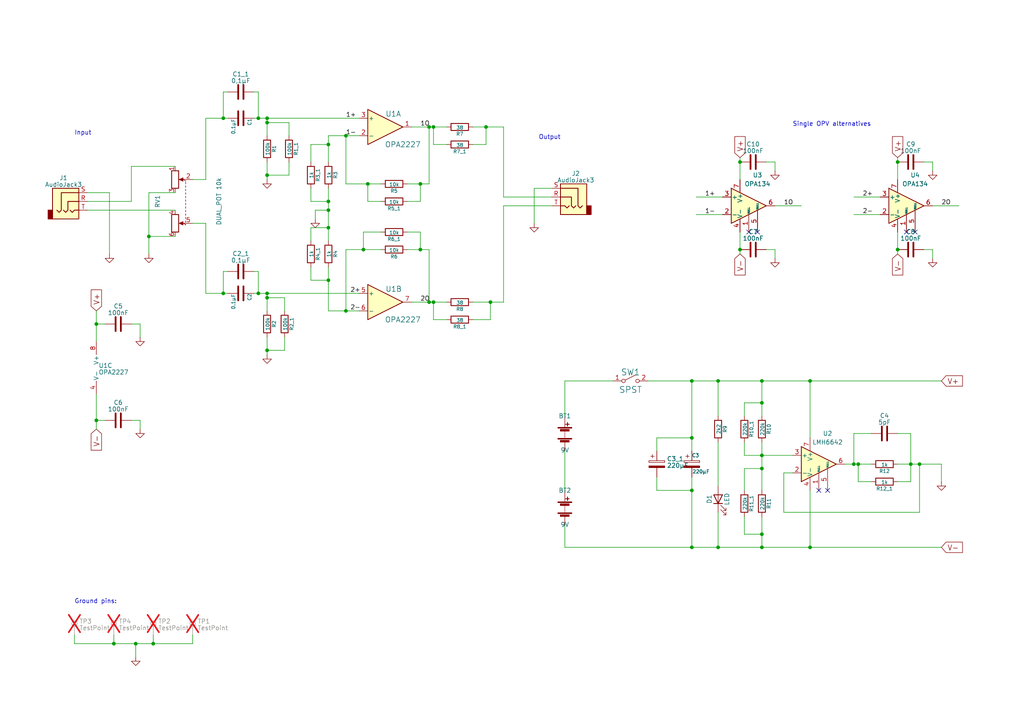
<source format=kicad_sch>
(kicad_sch (version 20230121) (generator eeschema)
  (paper "A4")
  (title_block (title "opamp headphone amplifier (cmoy)") (date "2023-04-16") (rev "0.1") (company "http://www.designer2k2.at"))
  (lib_symbols
    (symbol "Amplifier_Operational:MC33178" (pin_names (offset 0.127))
      (property "Reference" "U" (at 0 5.08 0))
      (property "Value" "MC33178" (at 0 -5.08 0))
      (symbol "MC33178_1_1"
        (polyline (pts (xy -5.08 5.08) (xy 5.08 0) (xy -5.08 -5.08) (xy -5.08 5.08)) (stroke (width 0.254)) (fill (type background)))
        (pin output line (at 7.62 0 180) (length 2.54) (name "~") (number "1"))
        (pin input line (at -7.62 -2.54 0) (length 2.54) (name "-") (number "2"))
        (pin input line (at -7.62 2.54 0) (length 2.54) (name "+") (number "3"))
      )
      (symbol "MC33178_2_1"
        (polyline (pts (xy -5.08 5.08) (xy 5.08 0) (xy -5.08 -5.08) (xy -5.08 5.08)) (stroke (width 0.254)) (fill (type background)))
        (pin input line (at -7.62 2.54 0) (length 2.54) (name "+") (number "5"))
        (pin input line (at -7.62 -2.54 0) (length 2.54) (name "-") (number "6"))
        (pin output line (at 7.62 0 180) (length 2.54) (name "~") (number "7"))
      )
      (symbol "MC33178_3_1"
        (pin power_in line (at -2.54 -7.62 90) (length 3.81) (name "V-") (number "4"))
        (pin power_in line (at -2.54 7.62 270) (length 3.81) (name "V+") (number "8"))
      )
    )
    (symbol "Amplifier_Operational:TL071" (pin_names (offset 0.127))
      (property "Reference" "U" (at 0 6.35 0))
      (property "Value" "TL071" (at 0 3.81 0))
      (symbol "TL071_0_1"
        (polyline (pts (xy -5.08 5.08) (xy 5.08 0) (xy -5.08 -5.08) (xy -5.08 5.08)) (stroke (width 0.254)) (fill (type background)))
      )
      (symbol "TL071_1_1"
        (pin input line (at 0 -7.62 90) (length 5.08) (name "NULL") (number "1"))
        (pin input line (at -7.62 -2.54 0) (length 2.54) (name "-") (number "2"))
        (pin input line (at -7.62 2.54 0) (length 2.54) (name "+") (number "3"))
        (pin power_in line (at -2.54 -7.62 90) (length 3.81) (name "V-") (number "4"))
        (pin input line (at 2.54 -7.62 90) (length 6.35) (name "NULL") (number "5"))
        (pin output line (at 7.62 0 180) (length 2.54) (name "~") (number "6"))
        (pin power_in line (at -2.54 7.62 270) (length 3.81) (name "V+") (number "7"))
        (pin no_connect line (at 0 2.54 270) (length 2.54) hide (name "NC") (number "8"))
      )
    )
    (symbol "Connector:TestPoint" (pin_numbers hide) (pin_names (offset 0.762) hide)
      (property "Reference" "TP" (at 0 6.858 0))
      (property "Value" "TestPoint" (at 0 5.08 0))
      (symbol "TestPoint_0_1"
        (circle (center 0 3.302) (radius 0.762))
      )
      (symbol "TestPoint_1_1"
        (pin passive line (at 0 0 90) (length 2.54) (name "1") (number "1"))
      )
    )
    (symbol "Connector_Audio:AudioJack3"
      (property "Reference" "J" (at 0 8.89 0))
      (property "Value" "AudioJack3" (at 0 6.35 0))
      (symbol "AudioJack3_0_1"
        (rectangle (start -5.08 -5.08) (end -6.35 -2.54) (stroke (width 0.254)) (fill (type outline)))
        (polyline (pts (xy 0 -2.54) (xy 0.635 -3.175) (xy 1.27 -2.54) (xy 2.54 -2.54)) (stroke (width 0.254)))
        (polyline (pts (xy -1.905 -2.54) (xy -1.27 -3.175) (xy -0.635 -2.54) (xy -0.635 0) (xy 2.54 0)) (stroke (width 0.254)))
        (polyline (pts (xy 2.54 2.54) (xy -2.54 2.54) (xy -2.54 -2.54) (xy -3.175 -3.175) (xy -3.81 -2.54)) (stroke (width 0.254)))
        (rectangle (start 2.54 3.81) (end -5.08 -5.08) (stroke (width 0.254)) (fill (type background)))
      )
      (symbol "AudioJack3_1_1"
        (pin passive line (at 5.08 0 180) (length 2.54) (name "~") (number "R"))
        (pin passive line (at 5.08 2.54 180) (length 2.54) (name "~") (number "S"))
        (pin passive line (at 5.08 -2.54 180) (length 2.54) (name "~") (number "T"))
      )
    )
    (symbol "Device:Battery" (pin_numbers hide) (pin_names (offset 0) hide)
      (property "Reference" "BT" (at 2.54 2.54 0))
      (property "Value" "Battery" (at 2.54 0 0))
      (symbol "Battery_0_1"
        (rectangle (start -2.032 -1.397) (end 2.032 -1.651) (fill (type outline)))
        (rectangle (start -2.032 1.778) (end 2.032 1.524) (fill (type outline)))
        (rectangle (start -1.3208 -1.9812) (end 1.27 -2.4892) (fill (type outline)))
        (rectangle (start -1.3208 1.1938) (end 1.27 0.6858) (fill (type outline)))
        (polyline (pts (xy 0 -1.524) (xy 0 -1.27)))
        (polyline (pts (xy 0 -1.016) (xy 0 -0.762)))
        (polyline (pts (xy 0 -0.508) (xy 0 -0.254)))
        (polyline (pts (xy 0 0) (xy 0 0.254)))
        (polyline (pts (xy 0 0.508) (xy 0 0.762)))
        (polyline (pts (xy 0 1.778) (xy 0 2.54)))
        (polyline (pts (xy 0.254 2.667) (xy 1.27 2.667)) (stroke (width 0.254)))
        (polyline (pts (xy 0.762 3.175) (xy 0.762 2.159)) (stroke (width 0.254)))
      )
      (symbol "Battery_1_1"
        (pin passive line (at 0 5.08 270) (length 2.54) (name "+") (number "1"))
        (pin passive line (at 0 -5.08 90) (length 2.54) (name "-") (number "2"))
      )
    )
    (symbol "Device:C" (pin_numbers hide) (pin_names (offset 0.254))
      (property "Reference" "C" (at 0.635 2.54 0))
      (property "Value" "C" (at 0.635 -2.54 0))
      (symbol "C_0_1"
        (polyline (pts (xy -2.032 -0.762) (xy 2.032 -0.762)) (stroke (width 0.508)))
        (polyline (pts (xy -2.032 0.762) (xy 2.032 0.762)) (stroke (width 0.508)))
      )
      (symbol "C_1_1"
        (pin passive line (at 0 3.81 270) (length 2.794) (name "~") (number "1"))
        (pin passive line (at 0 -3.81 90) (length 2.794) (name "~") (number "2"))
      )
    )
    (symbol "Device:C_Polarized" (pin_numbers hide) (pin_names (offset 0.254))
      (property "Reference" "C" (at 0.635 2.54 0))
      (property "Value" "C_Polarized" (at 0.635 -2.54 0))
      (symbol "C_Polarized_0_1"
        (rectangle (start -2.286 0.508) (end 2.286 1.016))
        (polyline (pts (xy -1.778 2.286) (xy -0.762 2.286)))
        (polyline (pts (xy -1.27 2.794) (xy -1.27 1.778)))
        (rectangle (start 2.286 -0.508) (end -2.286 -1.016) (fill (type outline)))
      )
      (symbol "C_Polarized_1_1"
        (pin passive line (at 0 3.81 270) (length 2.794) (name "~") (number "1"))
        (pin passive line (at 0 -3.81 90) (length 2.794) (name "~") (number "2"))
      )
    )
    (symbol "Device:LED" (pin_numbers hide) (pin_names (offset 1.016) hide)
      (property "Reference" "D" (at 0 2.54 0))
      (property "Value" "LED" (at 0 -2.54 0))
      (symbol "LED_0_1"
        (polyline (pts (xy -1.27 -1.27) (xy -1.27 1.27)) (stroke (width 0.254)))
        (polyline (pts (xy -1.27 0) (xy 1.27 0)))
        (polyline (pts (xy 1.27 -1.27) (xy 1.27 1.27) (xy -1.27 0) (xy 1.27 -1.27)) (stroke (width 0.254)))
        (polyline (pts (xy -3.048 -0.762) (xy -4.572 -2.286) (xy -3.81 -2.286) (xy -4.572 -2.286) (xy -4.572 -1.524)))
        (polyline (pts (xy -1.778 -0.762) (xy -3.302 -2.286) (xy -2.54 -2.286) (xy -3.302 -2.286) (xy -3.302 -1.524)))
      )
      (symbol "LED_1_1"
        (pin passive line (at -3.81 0 0) (length 2.54) (name "K") (number "1"))
        (pin passive line (at 3.81 0 180) (length 2.54) (name "A") (number "2"))
      )
    )
    (symbol "Device:R" (pin_numbers hide) (pin_names (offset 0))
      (property "Reference" "R" (at 2.032 0 90))
      (property "Value" "R" (at 0 0 90))
      (symbol "R_0_1"
        (rectangle (start -1.016 -2.54) (end 1.016 2.54) (stroke (width 0.254)))
      )
      (symbol "R_1_1"
        (pin passive line (at 0 3.81 270) (length 1.27) (name "~") (number "1"))
        (pin passive line (at 0 -3.81 90) (length 1.27) (name "~") (number "2"))
      )
    )
    (symbol "Device:R_Potentiometer_Dual" (pin_names (offset 1.016) hide)
      (property "Reference" "RV" (at 0 3.81 0))
      (property "Value" "R_Potentiometer_Dual" (at 0 1.905 0))
      (symbol "R_Potentiometer_Dual_0_1"
        (rectangle (start -8.89 -1.524) (end -3.81 -3.556) (stroke (width 0.254)))
        (polyline (pts (xy -6.35 0) (xy -6.35 -1.016)))
        (polyline (pts (xy -6.35 0) (xy -6.35 -1.016)))
        (polyline (pts (xy -6.35 0) (xy -5.842 0.508)))
        (polyline (pts (xy -5.588 0.508) (xy -5.08 0.508)))
        (polyline (pts (xy -4.572 0.508) (xy -4.064 0.508)))
        (polyline (pts (xy -3.556 0.508) (xy -3.048 0.508)))
        (polyline (pts (xy -2.54 0.508) (xy -2.032 0.508)))
        (polyline (pts (xy -1.524 0.508) (xy -1.016 0.508)))
        (polyline (pts (xy -0.508 0.508) (xy 0 0.508)))
        (polyline (pts (xy 0.508 0.508) (xy 1.016 0.508)))
        (polyline (pts (xy 1.524 0.508) (xy 2.032 0.508)))
        (polyline (pts (xy 2.54 0.508) (xy 3.048 0.508)))
        (polyline (pts (xy 3.556 0.508) (xy 4.064 0.508)))
        (polyline (pts (xy 4.572 0.508) (xy 5.08 0.508)))
        (polyline (pts (xy 5.588 0.508) (xy 6.096 0.508)))
        (polyline (pts (xy 6.35 0) (xy 6.35 -1.016)))
        (polyline (pts (xy 6.35 0) (xy 6.35 -1.016)))
        (polyline (pts (xy 6.604 0.508) (xy 6.858 0.508) (xy 6.35 0)))
        (polyline (pts (xy -6.35 -1.397) (xy -6.858 -0.254) (xy -5.842 -0.254) (xy -6.35 -1.397)) (fill (type outline)))
        (polyline (pts (xy 6.35 -1.397) (xy 5.842 -0.254) (xy 6.858 -0.254) (xy 6.35 -1.397)) (fill (type outline)))
        (rectangle (start 3.81 -1.524) (end 8.89 -3.556) (stroke (width 0.254)))
      )
      (symbol "R_Potentiometer_Dual_1_1"
        (pin passive line (at -10.16 -2.54 0) (length 1.27) (name "1") (number "1"))
        (pin passive line (at -6.35 2.54 270) (length 2.54) (name "2") (number "2"))
        (pin passive line (at -2.54 -2.54 180) (length 1.27) (name "3") (number "3"))
        (pin passive line (at 2.54 -2.54 0) (length 1.27) (name "4") (number "4"))
        (pin passive line (at 6.35 2.54 270) (length 2.54) (name "5") (number "5"))
        (pin passive line (at 10.16 -2.54 180) (length 1.27) (name "6") (number "6"))
      )
    )
    (symbol "Switch:SW_SPST" (pin_names (offset 0) hide)
      (property "Reference" "SW" (at 0 3.175 0))
      (property "Value" "SW_SPST" (at 0 -2.54 0))
      (symbol "SW_SPST_0_0"
        (circle (center -2.032 0) (radius 0.508))
        (polyline (pts (xy -1.524 0.254) (xy 1.524 1.778)))
        (circle (center 2.032 0) (radius 0.508))
      )
      (symbol "SW_SPST_1_1"
        (pin passive line (at -5.08 0 0) (length 2.54) (name "A") (number "1"))
        (pin passive line (at 5.08 0 180) (length 2.54) (name "B") (number "2"))
      )
    )
    (symbol "power:GND" (power) (pin_names (offset 0))
      (property "Value" "GND" (at 0 -3.81 0))
      (symbol "GND_0_1"
        (polyline (pts (xy 0 0) (xy 0 -1.27) (xy 1.27 -1.27) (xy 0 -2.54) (xy -1.27 -1.27) (xy 0 -1.27)))
      )
      (symbol "GND_1_1"
        (pin power_in line (at 0 0 270) (length 0) hide (name "GND") (number "1"))
      )
    )
  )
  (junction (at 39.37 186.69))
  (junction (at 44.45 186.69))
  (junction (at 220.98 158.75))
  (junction (at 208.28 110.49))
  (junction (at 260.35 46.99))
  (junction (at 95.25 58.42))
  (junction (at 220.98 135.89))
  (junction (at 77.47 50.8))
  (junction (at 64.77 34.29))
  (junction (at 77.47 34.29))
  (junction (at 105.41 72.39))
  (junction (at 77.47 86.36))
  (junction (at 234.95 110.49))
  (junction (at 264.16 134.62))
  (junction (at 121.92 53.34))
  (junction (at 100.33 90.17))
  (junction (at 64.77 85.09))
  (junction (at 121.92 72.39))
  (junction (at 43.18 68.58))
  (junction (at 214.63 46.99))
  (junction (at 124.46 36.83))
  (junction (at 95.25 41.91))
  (junction (at 260.35 72.39))
  (junction (at 220.98 116.84))
  (junction (at 33.02 186.69))
  (junction (at 95.25 81.28))
  (junction (at 220.98 154.94))
  (junction (at 214.63 72.39))
  (junction (at 124.46 87.63))
  (junction (at 200.66 110.49))
  (junction (at 77.47 85.09))
  (junction (at 95.25 60.96))
  (junction (at 125.73 87.63))
  (junction (at 266.7 134.62))
  (junction (at 248.92 134.62))
  (junction (at 95.25 66.04))
  (junction (at 234.95 158.75))
  (junction (at 200.66 158.75))
  (junction (at 74.93 34.29))
  (junction (at 142.24 87.63))
  (junction (at 125.73 36.83))
  (junction (at 220.98 132.08))
  (junction (at 200.66 142.24))
  (junction (at 247.65 134.62))
  (junction (at 77.47 101.6))
  (junction (at 200.66 127))
  (junction (at 27.94 121.92))
  (junction (at 220.98 110.49))
  (junction (at 208.28 158.75))
  (junction (at 106.68 53.34))
  (junction (at 74.93 85.09))
  (junction (at 100.33 39.37))
  (junction (at 77.47 35.56))
  (junction (at 140.97 36.83))
  (junction (at 27.94 93.98))
  (no_connect (at 217.17 67.31))
  (no_connect (at 262.89 67.31))
  (no_connect (at 265.43 67.31))
  (no_connect (at 240.03 142.24))
  (no_connect (at 219.71 67.31))
  (no_connect (at 237.49 142.24))
  (wire (pts (xy 100.33 53.34) (xy 100.33 39.37)))
  (wire (pts (xy 121.92 67.31) (xy 121.92 72.39)))
  (wire (pts (xy 118.11 58.42) (xy 121.92 58.42)))
  (wire (pts (xy 73.66 26.67) (xy 74.93 26.67)))
  (wire (pts (xy 227.33 148.59) (xy 266.7 148.59)))
  (wire (pts (xy 146.05 36.83) (xy 146.05 57.15)))
  (wire (pts (xy 100.33 90.17) (xy 95.25 90.17)))
  (wire (pts (xy 106.68 53.34) (xy 100.33 53.34)))
  (wire (pts (xy 100.33 72.39) (xy 100.33 90.17)))
  (wire (pts (xy 270.51 74.93) (xy 270.51 72.39)))
  (wire (pts (xy 100.33 90.17) (xy 104.14 90.17)))
  (wire (pts (xy 220.98 128.27) (xy 220.98 132.08)))
  (wire (pts (xy 64.77 85.09) (xy 66.04 85.09)))
  (wire (pts (xy 220.98 154.94) (xy 220.98 158.75)))
  (wire (pts (xy 95.25 66.04) (xy 95.25 69.85)))
  (wire (pts (xy 208.28 110.49) (xy 208.28 120.65)))
  (wire (pts (xy 38.1 48.26) (xy 38.1 58.42)))
  (wire (pts (xy 66.04 26.67) (xy 64.77 26.67)))
  (wire (pts (xy 44.45 186.69) (xy 55.88 186.69)))
  (wire (pts (xy 214.63 45.72) (xy 214.63 46.99)))
  (wire (pts (xy 105.41 72.39) (xy 100.33 72.39)))
  (wire (pts (xy 247.65 125.73) (xy 247.65 134.62)))
  (wire (pts (xy 43.18 55.88) (xy 50.8 55.88)))
  (wire (pts (xy 215.9 132.08) (xy 220.98 132.08)))
  (wire (pts (xy 224.79 46.99) (xy 222.25 46.99)))
  (wire (pts (xy 90.17 66.04) (xy 95.25 66.04)))
  (wire (pts (xy 106.68 53.34) (xy 110.49 53.34)))
  (wire (pts (xy 95.25 60.96) (xy 95.25 58.42)))
  (wire (pts (xy 40.64 97.79) (xy 40.64 93.98)))
  (wire (pts (xy 215.9 128.27) (xy 215.9 132.08)))
  (wire (pts (xy 208.28 128.27) (xy 208.28 140.97)))
  (wire (pts (xy 229.87 137.16) (xy 227.33 137.16)))
  (wire (pts (xy 74.93 85.09) (xy 77.47 85.09)))
  (wire (pts (xy 214.63 72.39) (xy 214.63 73.66)))
  (wire (pts (xy 247.65 62.23) (xy 255.27 62.23)))
  (wire (pts (xy 234.95 158.75) (xy 220.98 158.75)))
  (wire (pts (xy 55.88 52.07) (xy 59.69 52.07)))
  (wire (pts (xy 273.05 134.62) (xy 273.05 139.7)))
  (wire (pts (xy 25.4 60.96) (xy 50.8 60.96)))
  (wire (pts (xy 83.82 35.56) (xy 83.82 39.37)))
  (wire (pts (xy 260.35 139.7) (xy 264.16 139.7)))
  (wire (pts (xy 90.17 66.04) (xy 90.17 69.85)))
  (wire (pts (xy 95.25 41.91) (xy 95.25 46.99)))
  (wire (pts (xy 125.73 92.71) (xy 129.54 92.71)))
  (wire (pts (xy 160.02 57.15) (xy 146.05 57.15)))
  (wire (pts (xy 40.64 121.92) (xy 38.1 121.92)))
  (wire (pts (xy 95.25 54.61) (xy 95.25 58.42)))
  (wire (pts (xy 77.47 35.56) (xy 77.47 39.37)))
  (wire (pts (xy 187.96 110.49) (xy 200.66 110.49)))
  (wire (pts (xy 234.95 127) (xy 234.95 110.49)))
  (wire (pts (xy 74.93 26.67) (xy 74.93 34.29)))
  (wire (pts (xy 140.97 41.91) (xy 140.97 36.83)))
  (wire (pts (xy 200.66 138.43) (xy 200.66 142.24)))
  (wire (pts (xy 73.66 85.09) (xy 74.93 85.09)))
  (wire (pts (xy 77.47 97.79) (xy 77.47 101.6)))
  (wire (pts (xy 43.18 68.58) (xy 43.18 73.66)))
  (wire (pts (xy 125.73 41.91) (xy 129.54 41.91)))
  (wire (pts (xy 95.25 90.17) (xy 95.25 81.28)))
  (wire (pts (xy 90.17 54.61) (xy 90.17 58.42)))
  (wire (pts (xy 74.93 78.74) (xy 74.93 85.09)))
  (wire (pts (xy 43.18 68.58) (xy 50.8 68.58)))
  (wire (pts (xy 247.65 57.15) (xy 255.27 57.15)))
  (wire (pts (xy 77.47 50.8) (xy 83.82 50.8)))
  (wire (pts (xy 248.92 134.62) (xy 252.73 134.62)))
  (wire (pts (xy 200.66 158.75) (xy 208.28 158.75)))
  (wire (pts (xy 248.92 134.62) (xy 248.92 139.7)))
  (wire (pts (xy 90.17 41.91) (xy 95.25 41.91)))
  (wire (pts (xy 95.25 39.37) (xy 100.33 39.37)))
  (wire (pts (xy 215.9 154.94) (xy 220.98 154.94)))
  (wire (pts (xy 224.79 72.39) (xy 222.25 72.39)))
  (wire (pts (xy 245.11 134.62) (xy 247.65 134.62)))
  (wire (pts (xy 100.33 39.37) (xy 104.14 39.37)))
  (wire (pts (xy 200.66 110.49) (xy 208.28 110.49)))
  (wire (pts (xy 27.94 121.92) (xy 30.48 121.92)))
  (wire (pts (xy 91.44 63.5) (xy 91.44 60.96)))
  (wire (pts (xy 121.92 72.39) (xy 124.46 72.39)))
  (wire (pts (xy 146.05 36.83) (xy 140.97 36.83)))
  (wire (pts (xy 95.25 77.47) (xy 95.25 81.28)))
  (wire (pts (xy 200.66 142.24) (xy 200.66 158.75)))
  (wire (pts (xy 77.47 34.29) (xy 77.47 35.56)))
  (wire (pts (xy 77.47 52.07) (xy 77.47 50.8)))
  (wire (pts (xy 90.17 58.42) (xy 95.25 58.42)))
  (wire (pts (xy 260.35 72.39) (xy 260.35 73.66)))
  (wire (pts (xy 201.93 62.23) (xy 209.55 62.23)))
  (wire (pts (xy 118.11 72.39) (xy 121.92 72.39)))
  (wire (pts (xy 208.28 148.59) (xy 208.28 158.75)))
  (wire (pts (xy 137.16 92.71) (xy 142.24 92.71)))
  (wire (pts (xy 270.51 59.69) (xy 278.13 59.69)))
  (wire (pts (xy 190.5 138.43) (xy 190.5 142.24)))
  (wire (pts (xy 224.79 59.69) (xy 232.41 59.69)))
  (wire (pts (xy 90.17 77.47) (xy 90.17 81.28)))
  (wire (pts (xy 90.17 41.91) (xy 90.17 46.99)))
  (wire (pts (xy 224.79 74.93) (xy 224.79 72.39)))
  (wire (pts (xy 124.46 53.34) (xy 124.46 36.83)))
  (wire (pts (xy 73.66 78.74) (xy 74.93 78.74)))
  (wire (pts (xy 146.05 59.69) (xy 160.02 59.69)))
  (wire (pts (xy 105.41 67.31) (xy 105.41 72.39)))
  (wire (pts (xy 77.47 34.29) (xy 104.14 34.29)))
  (wire (pts (xy 77.47 46.99) (xy 77.47 50.8)))
  (wire (pts (xy 248.92 139.7) (xy 252.73 139.7)))
  (wire (pts (xy 95.25 39.37) (xy 95.25 41.91)))
  (wire (pts (xy 106.68 58.42) (xy 106.68 53.34)))
  (wire (pts (xy 260.35 45.72) (xy 260.35 46.99)))
  (wire (pts (xy 260.35 125.73) (xy 264.16 125.73)))
  (wire (pts (xy 77.47 102.87) (xy 77.47 101.6)))
  (wire (pts (xy 21.59 184.15) (xy 21.59 186.69)))
  (wire (pts (xy 77.47 85.09) (xy 104.14 85.09)))
  (wire (pts (xy 125.73 87.63) (xy 125.73 92.71)))
  (wire (pts (xy 40.64 124.46) (xy 40.64 121.92)))
  (wire (pts (xy 163.83 152.4) (xy 163.83 158.75)))
  (wire (pts (xy 118.11 67.31) (xy 121.92 67.31)))
  (wire (pts (xy 124.46 87.63) (xy 125.73 87.63)))
  (wire (pts (xy 44.45 186.69) (xy 44.45 184.15)))
  (wire (pts (xy 163.83 130.81) (xy 163.83 142.24)))
  (wire (pts (xy 215.9 149.86) (xy 215.9 154.94)))
  (wire (pts (xy 215.9 135.89) (xy 220.98 135.89)))
  (wire (pts (xy 214.63 67.31) (xy 214.63 72.39)))
  (wire (pts (xy 270.51 46.99) (xy 267.97 46.99)))
  (wire (pts (xy 59.69 85.09) (xy 59.69 64.77)))
  (wire (pts (xy 234.95 158.75) (xy 273.05 158.75)))
  (wire (pts (xy 59.69 52.07) (xy 59.69 34.29)))
  (wire (pts (xy 105.41 72.39) (xy 110.49 72.39)))
  (wire (pts (xy 270.51 72.39) (xy 267.97 72.39)))
  (wire (pts (xy 220.98 132.08) (xy 229.87 132.08)))
  (wire (pts (xy 260.35 46.99) (xy 260.35 52.07)))
  (wire (pts (xy 66.04 78.74) (xy 64.77 78.74)))
  (wire (pts (xy 266.7 134.62) (xy 266.7 148.59)))
  (wire (pts (xy 82.55 86.36) (xy 82.55 90.17)))
  (wire (pts (xy 146.05 59.69) (xy 146.05 87.63)))
  (wire (pts (xy 39.37 186.69) (xy 44.45 186.69)))
  (wire (pts (xy 260.35 134.62) (xy 264.16 134.62)))
  (wire (pts (xy 43.18 55.88) (xy 43.18 68.58)))
  (wire (pts (xy 77.47 101.6) (xy 82.55 101.6)))
  (wire (pts (xy 83.82 46.99) (xy 83.82 50.8)))
  (wire (pts (xy 201.93 57.15) (xy 209.55 57.15)))
  (wire (pts (xy 200.66 127) (xy 200.66 110.49)))
  (wire (pts (xy 125.73 41.91) (xy 125.73 36.83)))
  (wire (pts (xy 82.55 97.79) (xy 82.55 101.6)))
  (wire (pts (xy 142.24 92.71) (xy 142.24 87.63)))
  (wire (pts (xy 208.28 158.75) (xy 220.98 158.75)))
  (wire (pts (xy 190.5 127) (xy 200.66 127)))
  (wire (pts (xy 234.95 110.49) (xy 220.98 110.49)))
  (wire (pts (xy 220.98 110.49) (xy 220.98 116.84)))
  (wire (pts (xy 21.59 186.69) (xy 33.02 186.69)))
  (wire (pts (xy 260.35 67.31) (xy 260.35 72.39)))
  (wire (pts (xy 55.88 64.77) (xy 59.69 64.77)))
  (wire (pts (xy 77.47 85.09) (xy 77.47 86.36)))
  (wire (pts (xy 27.94 121.92) (xy 27.94 124.46)))
  (wire (pts (xy 40.64 93.98) (xy 38.1 93.98)))
  (wire (pts (xy 163.83 110.49) (xy 163.83 120.65)))
  (wire (pts (xy 64.77 26.67) (xy 64.77 34.29)))
  (wire (pts (xy 121.92 58.42) (xy 121.92 53.34)))
  (wire (pts (xy 55.88 184.15) (xy 55.88 186.69)))
  (wire (pts (xy 27.94 93.98) (xy 27.94 99.06)))
  (wire (pts (xy 64.77 85.09) (xy 59.69 85.09)))
  (wire (pts (xy 273.05 134.62) (xy 266.7 134.62)))
  (wire (pts (xy 64.77 78.74) (xy 64.77 85.09)))
  (wire (pts (xy 27.94 93.98) (xy 30.48 93.98)))
  (wire (pts (xy 74.93 34.29) (xy 77.47 34.29)))
  (wire (pts (xy 77.47 35.56) (xy 83.82 35.56)))
  (wire (pts (xy 105.41 67.31) (xy 110.49 67.31)))
  (wire (pts (xy 137.16 87.63) (xy 142.24 87.63)))
  (wire (pts (xy 39.37 190.5) (xy 39.37 186.69)))
  (wire (pts (xy 163.83 158.75) (xy 200.66 158.75)))
  (wire (pts (xy 137.16 36.83) (xy 140.97 36.83)))
  (wire (pts (xy 91.44 60.96) (xy 95.25 60.96)))
  (wire (pts (xy 154.94 54.61) (xy 154.94 64.77)))
  (wire (pts (xy 214.63 46.99) (xy 214.63 52.07)))
  (wire (pts (xy 224.79 49.53) (xy 224.79 46.99)))
  (wire (pts (xy 119.38 36.83) (xy 124.46 36.83)))
  (wire (pts (xy 90.17 81.28) (xy 95.25 81.28)))
  (wire (pts (xy 125.73 36.83) (xy 129.54 36.83)))
  (wire (pts (xy 200.66 127) (xy 200.66 130.81)))
  (wire (pts (xy 160.02 54.61) (xy 154.94 54.61)))
  (wire (pts (xy 33.02 184.15) (xy 33.02 186.69)))
  (wire (pts (xy 247.65 134.62) (xy 248.92 134.62)))
  (wire (pts (xy 142.24 87.63) (xy 146.05 87.63)))
  (wire (pts (xy 77.47 86.36) (xy 77.47 90.17)))
  (wire (pts (xy 124.46 72.39) (xy 124.46 87.63)))
  (wire (pts (xy 59.69 34.29) (xy 64.77 34.29)))
  (wire (pts (xy 220.98 149.86) (xy 220.98 154.94)))
  (wire (pts (xy 270.51 49.53) (xy 270.51 46.99)))
  (wire (pts (xy 227.33 137.16) (xy 227.33 148.59)))
  (wire (pts (xy 234.95 142.24) (xy 234.95 158.75)))
  (wire (pts (xy 64.77 34.29) (xy 66.04 34.29)))
  (wire (pts (xy 31.75 55.88) (xy 31.75 73.66)))
  (wire (pts (xy 118.11 53.34) (xy 121.92 53.34)))
  (wire (pts (xy 220.98 135.89) (xy 220.98 142.24)))
  (wire (pts (xy 234.95 110.49) (xy 273.05 110.49)))
  (wire (pts (xy 252.73 125.73) (xy 247.65 125.73)))
  (wire (pts (xy 264.16 125.73) (xy 264.16 134.62)))
  (wire (pts (xy 124.46 36.83) (xy 125.73 36.83)))
  (wire (pts (xy 31.75 55.88) (xy 25.4 55.88)))
  (wire (pts (xy 215.9 135.89) (xy 215.9 142.24)))
  (wire (pts (xy 73.66 34.29) (xy 74.93 34.29)))
  (wire (pts (xy 121.92 53.34) (xy 124.46 53.34)))
  (wire (pts (xy 266.7 134.62) (xy 264.16 134.62)))
  (wire (pts (xy 163.83 110.49) (xy 177.8 110.49)))
  (wire (pts (xy 264.16 139.7) (xy 264.16 134.62)))
  (wire (pts (xy 215.9 116.84) (xy 215.9 120.65)))
  (wire (pts (xy 27.94 90.17) (xy 27.94 93.98)))
  (wire (pts (xy 190.5 142.24) (xy 200.66 142.24)))
  (wire (pts (xy 95.25 60.96) (xy 95.25 66.04)))
  (wire (pts (xy 220.98 116.84) (xy 220.98 120.65)))
  (wire (pts (xy 25.4 58.42) (xy 38.1 58.42)))
  (wire (pts (xy 125.73 87.63) (xy 129.54 87.63)))
  (wire (pts (xy 119.38 87.63) (xy 124.46 87.63)))
  (wire (pts (xy 50.8 48.26) (xy 38.1 48.26)))
  (wire (pts (xy 208.28 110.49) (xy 220.98 110.49)))
  (wire (pts (xy 33.02 186.69) (xy 39.37 186.69)))
  (wire (pts (xy 215.9 116.84) (xy 220.98 116.84)))
  (wire (pts (xy 137.16 41.91) (xy 140.97 41.91)))
  (wire (pts (xy 220.98 132.08) (xy 220.98 135.89)))
  (wire (pts (xy 82.55 86.36) (xy 77.47 86.36)))
  (wire (pts (xy 106.68 58.42) (xy 110.49 58.42)))
  (wire (pts (xy 190.5 130.81) (xy 190.5 127)))
  (wire (pts (xy 27.94 114.3) (xy 27.94 121.92)))
  (text "Input" (at 21.59 39.37 0) (effects (font (size 1.27 1.27)) (justify left bottom)))
  (text "Single OPV alternatives" (at 229.87 36.83 0) (effects (font (size 1.27 1.27)) (justify left bottom)))
  (text "Ground pins:" (at 21.59 175.26 0) (effects (font (size 1.27 1.27)) (justify left bottom)))
  (text "Output" (at 156.21 40.64 0) (effects (font (size 1.27 1.27)) (justify left bottom)))
  (label "2+" (at 250.19 57.15 0))
  (label "1O" (at 227.33 59.69 0))
  (label "1-" (at 100.33 39.37 0))
  (label "1+" (at 204.47 57.15 0))
  (label "1+" (at 100.33 34.29 0))
  (label "1-" (at 204.47 62.23 0))
  (label "2O" (at 121.92 87.63 0))
  (label "1O" (at 121.92 36.83 0))
  (label "2-" (at 101.6 90.17 0))
  (label "2+" (at 101.6 85.09 0))
  (label "2O" (at 273.05 59.69 0))
  (label "2-" (at 250.19 62.23 0))
  (global_label "V+" (shape input) (at 27.94 90.17 90) (effects (font (size 1.524 1.524))) (property "Intersheetrefs" "${INTERSHEET_REFS}" (effects hide)))
  (global_label "V-" (shape input) (at 260.35 73.66 270) (effects (font (size 1.524 1.524))) (property "Intersheetrefs" "${INTERSHEET_REFS}" (effects hide)))
  (global_label "V+" (shape input) (at 260.35 45.72 90) (effects (font (size 1.524 1.524))) (property "Intersheetrefs" "${INTERSHEET_REFS}" (effects hide)))
  (global_label "V+" (shape input) (at 273.05 110.49 0) (effects (font (size 1.524 1.524))) (property "Intersheetrefs" "${INTERSHEET_REFS}" (effects hide)))
  (global_label "V-" (shape input) (at 27.94 124.46 270) (effects (font (size 1.524 1.524))) (property "Intersheetrefs" "${INTERSHEET_REFS}" (effects hide)))
  (global_label "V-" (shape input) (at 214.63 73.66 270) (effects (font (size 1.524 1.524))) (property "Intersheetrefs" "${INTERSHEET_REFS}" (effects hide)))
  (global_label "V+" (shape input) (at 214.63 45.72 90) (effects (font (size 1.524 1.524))) (property "Intersheetrefs" "${INTERSHEET_REFS}" (effects hide)))
  (global_label "V-" (shape input) (at 273.05 158.75 0) (effects (font (size 1.524 1.524))) (property "Intersheetrefs" "${INTERSHEET_REFS}" (effects hide)))
  (symbol (lib_id "Device:Battery") (at 163.83 125.73 0) (unit 1)
    (property "Reference" "BT1" (at 163.83 120.65 0))
    (property "Value" "9V" (at 163.83 130.556 0))
    (property "Footprint" "Connector_PinHeader_2.54mm:PinHeader_2x01_P2.54mm_Vertical" (effects hide))
  )
  (symbol (lib_id "Device:Battery") (at 163.83 147.32 0) (unit 1)
    (property "Reference" "BT2" (at 163.83 142.24 0))
    (property "Value" "9V" (at 163.83 152.146 0))
    (property "Footprint" "Connector_PinHeader_2.54mm:PinHeader_2x01_P2.54mm_Vertical" (effects hide))
  )
  (symbol (lib_id "Switch:SW_SPST") (at 182.88 110.49 0) (unit 1)
    (property "Reference" "SW1" (at 182.88 107.95 0) (effects (font (size 1.778 1.778))))
    (property "Value" "SPST" (at 182.88 113.03 0) (effects (font (size 1.778 1.778))))
    (property "Footprint" "Button_Switch_THT:SW_CuK_OS102011MA1QN1_SPDT_Angled" (effects hide))
    (property "Part" "OS102011MA1QN1" (effects hide))
  )
  (symbol (lib_id "Amplifier_Operational:MC33178") (at 111.76 36.83 0) (unit 1)
    (property "Reference" "U1" (at 111.76 33.02 0) (effects (font (size 1.524 1.524)) (justify left)))
    (property "Value" "OPA2227" (at 116.84 41.91 0) (effects (font (size 1.524 1.524))))
    (property "Footprint" "Package_DIP:DIP-8_W7.62mm_Socket" (effects hide))
    (property "Datasheet" "https://www.ti.com/lit/ds/symlink/opa2227.pdf" (effects hide))
  )
  (symbol (lib_id "Amplifier_Operational:MC33178") (at 111.76 87.63 0) (unit 2)
    (property "Reference" "U1" (at 111.76 83.82 0) (effects (font (size 1.524 1.524)) (justify left)))
    (property "Value" "OPA2227" (at 116.84 92.71 0) (effects (font (size 1.524 1.524))))
    (property "Footprint" "Package_DIP:DIP-8_W7.62mm_Socket" (effects hide))
    (property "Datasheet" "https://www.ti.com/lit/ds/symlink/opa2227.pdf" (effects hide))
  )
  (symbol (lib_id "Device:R_Potentiometer_Dual") (at 53.34 58.42 270) (unit 1)
    (property "Reference" "RV1" (at 45.72 58.42 0))
    (property "Value" "DUAL_POT 10k" (at 63.5 58.42 0))
    (property "Footprint" "Potentiometer_THT:Potentiometer_Alps_RK097_Dual_Horizontal" (effects hide))
    (property "Part" "RK09712200HA" (effects hide))
  )
  (symbol (lib_id "power:GND") (at 31.75 73.66 0) (unit 1)
    (property "Reference" "#PWR01" (effects hide))
    (property "Value" "GND" (effects hide))
  )
  (symbol (lib_id "power:GND") (at 43.18 73.66 0) (unit 1)
    (property "Reference" "#PWR02" (effects hide))
    (property "Value" "GND" (effects hide))
  )
  (symbol (lib_id "Device:C") (at 69.85 34.29 270) (unit 1)
    (property "Reference" "C1" (at 72.39 34.29 0) (effects (font (size 1.016 1.016)) (justify left)))
    (property "Value" "0.1µF" (at 67.691 34.4424 0) (effects (font (size 1.016 1.016)) (justify left)))
    (property "Footprint" "Capacitor_THT:CP_Axial_L20.0mm_D10.0mm_P26.00mm_Horizontal" (effects hide))
    (property "Part" "MKT1813410405" (effects hide))
  )
  (symbol (lib_id "Device:C") (at 69.85 85.09 270) (unit 1)
    (property "Reference" "C2" (at 72.39 85.09 0) (effects (font (size 1.016 1.016)) (justify left)))
    (property "Value" "0.1µF" (at 67.691 85.2424 0) (effects (font (size 1.016 1.016)) (justify left)))
    (property "Footprint" "Capacitor_THT:CP_Axial_L20.0mm_D10.0mm_P26.00mm_Horizontal" (effects hide))
    (property "Part" "MKT1813410405" (effects hide))
  )
  (symbol (lib_id "Device:R") (at 77.47 43.18 0) (unit 1)
    (property "Reference" "R1" (at 79.502 43.18 90) (effects (font (size 1.016 1.016))))
    (property "Value" "100k" (at 77.6478 43.1546 90) (effects (font (size 1.016 1.016))))
    (property "Footprint" "Resistor_SMD:R_1206_3216Metric" (effects hide))
  )
  (symbol (lib_id "Device:R") (at 77.47 93.98 0) (unit 1)
    (property "Reference" "R2" (at 79.502 93.98 90) (effects (font (size 1.016 1.016))))
    (property "Value" "100k" (at 77.6478 93.9546 90) (effects (font (size 1.016 1.016))))
    (property "Footprint" "Resistor_SMD:R_1206_3216Metric" (effects hide))
  )
  (symbol (lib_id "Device:R") (at 133.35 36.83 270) (unit 1)
    (property "Reference" "R7" (at 133.35 38.862 90) (effects (font (size 1.016 1.016))))
    (property "Value" "38" (at 133.3754 37.0078 90) (effects (font (size 1.016 1.016))))
    (property "Footprint" "Resistor_SMD:R_1206_3216Metric" (effects hide))
  )
  (symbol (lib_id "Device:R") (at 133.35 87.63 270) (unit 1)
    (property "Reference" "R8" (at 133.35 89.662 90) (effects (font (size 1.016 1.016))))
    (property "Value" "38" (at 133.3754 87.8078 90) (effects (font (size 1.016 1.016))))
    (property "Footprint" "Resistor_SMD:R_1206_3216Metric" (effects hide))
  )
  (symbol (lib_id "Device:R") (at 95.25 50.8 0) (unit 1)
    (property "Reference" "R3" (at 97.282 50.8 90) (effects (font (size 1.016 1.016))))
    (property "Value" "1k" (at 95.4278 50.7746 90) (effects (font (size 1.016 1.016))))
    (property "Footprint" "Resistor_SMD:R_1206_3216Metric" (effects hide))
  )
  (symbol (lib_id "Device:R") (at 95.25 73.66 0) (unit 1)
    (property "Reference" "R4" (at 97.282 73.66 90) (effects (font (size 1.016 1.016))))
    (property "Value" "1k" (at 95.4278 73.6346 90) (effects (font (size 1.016 1.016))))
    (property "Footprint" "Resistor_SMD:R_1206_3216Metric" (effects hide))
  )
  (symbol (lib_id "Device:R") (at 114.3 53.34 270) (unit 1)
    (property "Reference" "R5" (at 114.3 55.372 90) (effects (font (size 1.016 1.016))))
    (property "Value" "10k" (at 114.3254 53.5178 90) (effects (font (size 1.016 1.016))))
    (property "Footprint" "Resistor_SMD:R_1206_3216Metric" (effects hide))
  )
  (symbol (lib_id "Device:R") (at 114.3 72.39 270) (unit 1)
    (property "Reference" "R6" (at 114.3 74.422 90) (effects (font (size 1.016 1.016))))
    (property "Value" "10k" (at 114.3254 72.5678 90) (effects (font (size 1.016 1.016))))
    (property "Footprint" "Resistor_SMD:R_1206_3216Metric" (effects hide))
  )
  (symbol (lib_id "Device:R") (at 208.28 124.46 0) (unit 1)
    (property "Reference" "R9" (at 210.312 124.46 90) (effects (font (size 1.016 1.016))))
    (property "Value" "2k2" (at 208.4578 124.4346 90) (effects (font (size 1.016 1.016))))
    (property "Footprint" "Resistor_SMD:R_1206_3216Metric" (effects hide))
  )
  (symbol (lib_id "Device:LED") (at 208.28 144.78 90) (unit 1)
    (property "Reference" "D1" (at 205.74 144.78 0))
    (property "Value" "LED" (at 210.82 144.78 0))
    (property "Footprint" "LED_SMD:LED_1206_3216Metric" (effects hide))
  )
  (symbol (lib_id "power:GND") (at 77.47 52.07 0) (unit 1)
    (property "Reference" "#PWR03" (effects hide))
    (property "Value" "GND" (effects hide))
  )
  (symbol (lib_id "power:GND") (at 77.47 102.87 0) (unit 1)
    (property "Reference" "#PWR04" (effects hide))
    (property "Value" "GND" (effects hide))
  )
  (symbol (lib_id "power:GND") (at 91.44 63.5 0) (unit 1)
    (property "Reference" "#PWR05" (effects hide))
    (property "Value" "GND" (effects hide))
  )
  (symbol (lib_id "Device:R") (at 220.98 124.46 0) (unit 1)
    (property "Reference" "R10" (at 223.012 124.46 90) (effects (font (size 1.016 1.016))))
    (property "Value" "220k" (at 221.1578 124.4346 90) (effects (font (size 1.016 1.016))))
    (property "Footprint" "Resistor_SMD:R_1206_3216Metric" (effects hide))
  )
  (symbol (lib_id "Device:R") (at 220.98 146.05 0) (unit 1)
    (property "Reference" "R11" (at 223.012 146.05 90) (effects (font (size 1.016 1.016))))
    (property "Value" "220k" (at 221.1578 146.0246 90) (effects (font (size 1.016 1.016))))
    (property "Footprint" "Resistor_SMD:R_1206_3216Metric" (effects hide))
  )
  (symbol (lib_id "Device:C_Polarized") (at 200.66 134.62 0) (unit 1)
    (property "Reference" "C3" (at 200.66 132.08 0) (effects (font (size 1.016 1.016)) (justify left)))
    (property "Value" "220µF" (at 200.8124 136.779 0) (effects (font (size 1.016 1.016)) (justify left)))
    (property "Footprint" "Capacitor_SMD:CP_Elec_8x10" (effects hide))
  )
  (symbol (lib_id "power:GND") (at 273.05 139.7 0) (unit 1)
    (property "Reference" "#PWR06" (effects hide))
    (property "Value" "GND" (effects hide))
  )
  (symbol (lib_id "power:GND") (at 154.94 64.77 0) (unit 1)
    (property "Reference" "#PWR07" (effects hide))
    (property "Value" "GND" (effects hide))
  )
  (symbol (lib_id "Connector:TestPoint") (at 55.88 184.15 0) (unit 1) (in_bom no) (dnp yes)
    (property "Reference" "TP1" (at 57.277 180.2043 0) (effects (justify left)))
    (property "Value" "TestPoint" (at 57.277 182.1253 0) (effects (justify left)))
    (property "Footprint" "Connector_PinSocket_2.54mm:PinSocket_1x01_P2.54mm_Vertical" (effects hide))
  )
  (symbol (lib_id "power:GND") (at 224.79 74.93 0) (unit 1)
    (property "Reference" "#PWR010" (effects hide))
    (property "Value" "GND" (effects hide))
  )
  (symbol (lib_id "Device:C") (at 264.16 72.39 90) (unit 1)
    (property "Reference" "C8" (at 264.16 67.2211 90))
    (property "Value" "100nF" (at 264.16 69.1421 90))
    (property "Footprint" "Capacitor_SMD:C_1206_3216Metric" (effects hide))
  )
  (symbol (lib_id "power:GND") (at 39.37 190.5 0) (unit 1)
    (property "Reference" "#PWR014" (effects hide))
    (property "Value" "GND" (effects hide))
  )
  (symbol (lib_id "Device:R") (at 215.9 146.05 0) (unit 1)
    (property "Reference" "R11_1" (at 217.932 146.05 90) (effects (font (size 1.016 1.016))))
    (property "Value" "220k" (at 216.0778 146.0246 90) (effects (font (size 1.016 1.016))))
    (property "Footprint" "Resistor_THT:R_Axial_DIN0204_L3.6mm_D1.6mm_P7.62mm_Horizontal" (effects hide))
  )
  (symbol (lib_id "Device:C") (at 264.16 46.99 90) (unit 1)
    (property "Reference" "C9" (at 264.16 41.8211 90))
    (property "Value" "100nF" (at 264.16 43.7421 90))
    (property "Footprint" "Capacitor_SMD:C_1206_3216Metric" (effects hide))
  )
  (symbol (lib_id "Amplifier_Operational:MC33178") (at 30.48 106.68 0) (unit 3)
    (property "Reference" "U1" (at 28.575 106.0363 0) (effects (justify left)))
    (property "Value" "OPA2227" (at 28.575 107.9573 0) (effects (justify left)))
    (property "Footprint" "Package_DIP:DIP-8_W7.62mm_Socket" (effects hide))
    (property "Datasheet" "https://www.ti.com/lit/ds/symlink/opa2227.pdf" (effects hide))
  )
  (symbol (lib_id "Connector:TestPoint") (at 44.45 184.15 0) (unit 1) (in_bom no) (dnp yes)
    (property "Reference" "TP2" (at 45.847 180.2043 0) (effects (justify left)))
    (property "Value" "TestPoint" (at 45.847 182.1253 0) (effects (justify left)))
    (property "Footprint" "Connector_PinSocket_2.54mm:PinSocket_1x01_P2.54mm_Vertical" (effects hide))
  )
  (symbol (lib_id "power:GND") (at 270.51 74.93 0) (unit 1)
    (property "Reference" "#PWR011" (effects hide))
    (property "Value" "GND" (effects hide))
  )
  (symbol (lib_id "Amplifier_Operational:TL071") (at 237.49 134.62 0) (unit 1)
    (property "Reference" "U2" (at 240.03 125.73 0))
    (property "Value" "LMH6642" (at 240.03 128.27 0))
    (property "Footprint" "Package_SO:SOIC-8_3.9x4.9mm_P1.27mm" (effects hide))
    (property "Datasheet" "https://www.ti.com/lit/ds/symlink/lmh6643.pdf" (effects hide))
    (property "Part" "LMH6642MA" (effects hide))
  )
  (symbol (lib_id "Device:R") (at 114.3 67.31 270) (unit 1)
    (property "Reference" "R6_1" (at 114.3 69.342 90) (effects (font (size 1.016 1.016))))
    (property "Value" "10k" (at 114.3254 67.4878 90) (effects (font (size 1.016 1.016))))
    (property "Footprint" "Resistor_THT:R_Axial_DIN0204_L3.6mm_D1.6mm_P7.62mm_Horizontal" (effects hide))
  )
  (symbol (lib_id "Device:C_Polarized") (at 190.5 134.62 0) (unit 1)
    (property "Reference" "C3_1" (at 193.421 133.0873 0) (effects (justify left)))
    (property "Value" "220µF" (at 193.421 135.0083 0) (effects (justify left)))
    (property "Footprint" "Capacitor_THT:CP_Radial_D10.0mm_P3.50mm" (effects hide))
  )
  (symbol (lib_id "Amplifier_Operational:TL071") (at 217.17 59.69 0) (unit 1)
    (property "Reference" "U3" (at 219.71 50.8 0))
    (property "Value" "OPA134" (at 219.71 53.34 0))
    (property "Footprint" "Package_DIP:DIP-8_W7.62mm_Socket" (effects hide))
    (property "Datasheet" "https://www.ti.com/lit/ds/symlink/opa134.pdf" (effects hide))
  )
  (symbol (lib_id "Device:C") (at 69.85 78.74 90) (unit 1)
    (property "Reference" "C2_1" (at 69.85 73.5711 90))
    (property "Value" "0,1µF" (at 69.85 75.4921 90))
    (property "Footprint" "Capacitor_THT:C_Rect_L7.0mm_W6.0mm_P5.00mm" (effects hide))
    (property "Part" "BFC237011105" (effects hide))
  )
  (symbol (lib_id "Connector_Audio:AudioJack3") (at 165.1 57.15 0) (mirror y) (unit 1)
    (property "Reference" "J2" (at 167.005 50.3301 0))
    (property "Value" "AudioJack3" (at 167.005 52.2511 0))
    (property "Footprint" "Connector_Audio:Jack_3.5mm_CUI_SJ1-3523N_Horizontal" (effects hide))
    (property "Part" "SJ1-3523N" (effects hide))
  )
  (symbol (lib_id "Device:R") (at 256.54 139.7 270) (unit 1)
    (property "Reference" "R12_1" (at 256.54 141.732 90) (effects (font (size 1.016 1.016))))
    (property "Value" "1k" (at 256.5654 139.8778 90) (effects (font (size 1.016 1.016))))
    (property "Footprint" "Resistor_THT:R_Axial_DIN0204_L3.6mm_D1.6mm_P7.62mm_Horizontal" (effects hide))
  )
  (symbol (lib_id "power:GND") (at 270.51 49.53 0) (unit 1)
    (property "Reference" "#PWR012" (effects hide))
    (property "Value" "GND" (effects hide))
  )
  (symbol (lib_id "Device:R") (at 114.3 58.42 270) (unit 1)
    (property "Reference" "R5_1" (at 114.3 60.452 90) (effects (font (size 1.016 1.016))))
    (property "Value" "10k" (at 114.3254 58.5978 90) (effects (font (size 1.016 1.016))))
    (property "Footprint" "Resistor_THT:R_Axial_DIN0204_L3.6mm_D1.6mm_P7.62mm_Horizontal" (effects hide))
  )
  (symbol (lib_id "Device:R") (at 256.54 134.62 270) (unit 1)
    (property "Reference" "R12" (at 256.54 136.652 90) (effects (font (size 1.016 1.016))))
    (property "Value" "1k" (at 256.5654 134.7978 90) (effects (font (size 1.016 1.016))))
    (property "Footprint" "Resistor_SMD:R_1206_3216Metric" (effects hide))
  )
  (symbol (lib_id "Device:R") (at 133.35 92.71 270) (unit 1)
    (property "Reference" "R8_1" (at 133.35 94.742 90) (effects (font (size 1.016 1.016))))
    (property "Value" "38" (at 133.3754 92.8878 90) (effects (font (size 1.016 1.016))))
    (property "Footprint" "Resistor_THT:R_Axial_DIN0204_L3.6mm_D1.6mm_P7.62mm_Horizontal" (effects hide))
  )
  (symbol (lib_id "Connector:TestPoint") (at 33.02 184.15 0) (unit 1) (in_bom no) (dnp yes)
    (property "Reference" "TP4" (at 34.417 180.2043 0) (effects (justify left)))
    (property "Value" "TestPoint" (at 34.417 182.1253 0) (effects (justify left)))
    (property "Footprint" "Connector_PinSocket_2.54mm:PinSocket_1x01_P2.54mm_Vertical" (effects hide))
  )
  (symbol (lib_id "Device:C") (at 218.44 46.99 90) (unit 1)
    (property "Reference" "C10" (at 218.44 41.8211 90))
    (property "Value" "100nF" (at 218.44 43.7421 90))
    (property "Footprint" "Capacitor_SMD:C_1206_3216Metric" (effects hide))
  )
  (symbol (lib_id "Device:C") (at 256.54 125.73 90) (unit 1)
    (property "Reference" "C4" (at 256.54 120.5611 90))
    (property "Value" "5pF" (at 256.54 122.4821 90))
    (property "Footprint" "Capacitor_SMD:C_1206_3216Metric" (effects hide))
  )
  (symbol (lib_id "Device:R") (at 90.17 50.8 0) (unit 1)
    (property "Reference" "R3_1" (at 92.202 50.8 90) (effects (font (size 1.016 1.016))))
    (property "Value" "1k" (at 90.3478 50.7746 90) (effects (font (size 1.016 1.016))))
    (property "Footprint" "Resistor_THT:R_Axial_DIN0204_L3.6mm_D1.6mm_P7.62mm_Horizontal" (effects hide))
  )
  (symbol (lib_id "Device:R") (at 82.55 93.98 0) (unit 1)
    (property "Reference" "R2_1" (at 84.582 93.98 90) (effects (font (size 1.016 1.016))))
    (property "Value" "100k" (at 82.7278 93.9546 90) (effects (font (size 1.016 1.016))))
    (property "Footprint" "Resistor_THT:R_Axial_DIN0204_L3.6mm_D1.6mm_P7.62mm_Horizontal" (effects hide))
  )
  (symbol (lib_id "Connector_Audio:AudioJack3") (at 20.32 58.42 0) (unit 1)
    (property "Reference" "J1" (at 18.415 51.6001 0))
    (property "Value" "AudioJack3" (at 18.415 53.5211 0))
    (property "Footprint" "Connector_Audio:Jack_3.5mm_CUI_SJ1-3523N_Horizontal" (effects hide))
    (property "Part" "SJ1-3523N" (effects hide))
  )
  (symbol (lib_id "Amplifier_Operational:TL071") (at 262.89 59.69 0) (unit 1)
    (property "Reference" "U4" (at 265.43 50.8 0))
    (property "Value" "OPA134" (at 265.43 53.34 0))
    (property "Footprint" "Package_DIP:DIP-8_W7.62mm_Socket" (effects hide))
    (property "Datasheet" "https://www.ti.com/lit/ds/symlink/opa134.pdf" (effects hide))
  )
  (symbol (lib_id "Device:R") (at 90.17 73.66 0) (unit 1)
    (property "Reference" "R4_1" (at 92.202 73.66 90) (effects (font (size 1.016 1.016))))
    (property "Value" "1k" (at 90.3478 73.6346 90) (effects (font (size 1.016 1.016))))
    (property "Footprint" "Resistor_THT:R_Axial_DIN0204_L3.6mm_D1.6mm_P7.62mm_Horizontal" (effects hide))
  )
  (symbol (lib_id "Device:C") (at 34.29 93.98 90) (unit 1)
    (property "Reference" "C5" (at 34.29 88.8111 90))
    (property "Value" "100nF" (at 34.29 90.7321 90))
    (property "Footprint" "Capacitor_SMD:C_1206_3216Metric" (effects hide))
  )
  (symbol (lib_id "Device:R") (at 83.82 43.18 0) (unit 1)
    (property "Reference" "R1_1" (at 85.852 43.18 90) (effects (font (size 1.016 1.016))))
    (property "Value" "100k" (at 83.9978 43.1546 90) (effects (font (size 1.016 1.016))))
    (property "Footprint" "Resistor_THT:R_Axial_DIN0204_L3.6mm_D1.6mm_P7.62mm_Horizontal" (effects hide))
  )
  (symbol (lib_id "Device:R") (at 215.9 124.46 0) (unit 1)
    (property "Reference" "R10_1" (at 217.932 124.46 90) (effects (font (size 1.016 1.016))))
    (property "Value" "220k" (at 216.0778 124.4346 90) (effects (font (size 1.016 1.016))))
    (property "Footprint" "Resistor_THT:R_Axial_DIN0204_L3.6mm_D1.6mm_P7.62mm_Horizontal" (effects hide))
  )
  (symbol (lib_id "power:GND") (at 224.79 49.53 0) (unit 1)
    (property "Reference" "#PWR013" (effects hide))
    (property "Value" "GND" (effects hide))
  )
  (symbol (lib_id "Device:C") (at 69.85 26.67 90) (unit 1)
    (property "Reference" "C1_1" (at 69.85 21.5011 90))
    (property "Value" "0,1µF" (at 69.85 23.4221 90))
    (property "Footprint" "Capacitor_THT:C_Rect_L7.0mm_W6.0mm_P5.00mm" (effects hide))
    (property "Part" "BFC237011105" (effects hide))
  )
  (symbol (lib_id "Device:C") (at 218.44 72.39 90) (unit 1)
    (property "Reference" "C7" (at 218.44 67.2211 90))
    (property "Value" "100nF" (at 218.44 69.1421 90))
    (property "Footprint" "Capacitor_SMD:C_1206_3216Metric" (effects hide))
  )
  (symbol (lib_id "power:GND") (at 40.64 97.79 0) (unit 1)
    (property "Reference" "#PWR08" (effects hide))
    (property "Value" "GND" (effects hide))
  )
  (symbol (lib_id "Device:R") (at 133.35 41.91 270) (unit 1)
    (property "Reference" "R7_1" (at 133.35 43.942 90) (effects (font (size 1.016 1.016))))
    (property "Value" "38" (at 133.3754 42.0878 90) (effects (font (size 1.016 1.016))))
    (property "Footprint" "Resistor_THT:R_Axial_DIN0204_L3.6mm_D1.6mm_P7.62mm_Horizontal" (effects hide))
  )
  (symbol (lib_id "power:GND") (at 40.64 124.46 0) (unit 1)
    (property "Reference" "#PWR09" (effects hide))
    (property "Value" "GND" (effects hide))
  )
  (symbol (lib_id "Connector:TestPoint") (at 21.59 184.15 0) (unit 1) (in_bom no) (dnp yes)
    (property "Reference" "TP3" (at 22.987 180.2043 0) (effects (justify left)))
    (property "Value" "TestPoint" (at 22.987 182.1253 0) (effects (justify left)))
    (property "Footprint" "Connector_PinSocket_2.54mm:PinSocket_1x01_P2.54mm_Vertical" (effects hide))
  )
  (symbol (lib_id "Device:C") (at 34.29 121.92 90) (unit 1)
    (property "Reference" "C6" (at 34.29 116.7511 90))
    (property "Value" "100nF" (at 34.29 118.6721 90))
    (property "Footprint" "Capacitor_SMD:C_1206_3216Metric" (effects hide))
  )
)
</source>
